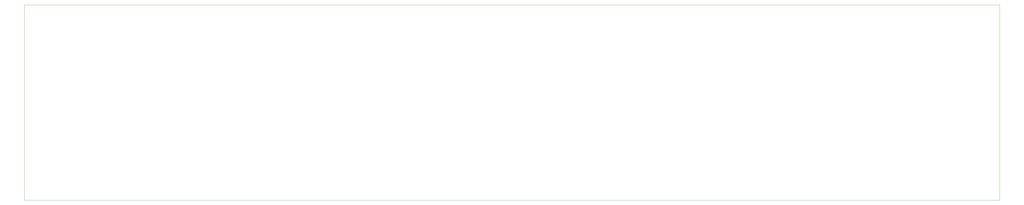
<source format=gm1>
G04 #@! TF.GenerationSoftware,KiCad,Pcbnew,9.0.6*
G04 #@! TF.CreationDate,2025-12-16T13:31:05+01:00*
G04 #@! TF.ProjectId,MBO,4d424f2e-6b69-4636-9164-5f7063625858,rev?*
G04 #@! TF.SameCoordinates,Original*
G04 #@! TF.FileFunction,Profile,NP*
%FSLAX46Y46*%
G04 Gerber Fmt 4.6, Leading zero omitted, Abs format (unit mm)*
G04 Created by KiCad (PCBNEW 9.0.6) date 2025-12-16 13:31:05*
%MOMM*%
%LPD*%
G01*
G04 APERTURE LIST*
G04 #@! TA.AperFunction,Profile*
%ADD10C,0.050000*%
G04 #@! TD*
G04 APERTURE END LIST*
D10*
X146500000Y-154500000D02*
X536500000Y-154500000D01*
X536500000Y-232700000D01*
X146500000Y-232700000D01*
X146500000Y-154500000D01*
M02*

</source>
